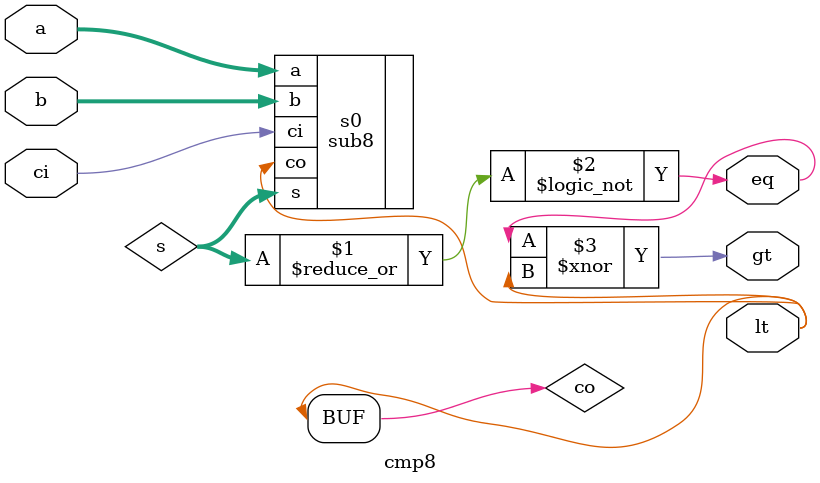
<source format=v>
`timescale 1ns/1ns

module cmp8(a, b, ci, gt, lt, eq); /* moduleの定義開始 */
   input  [7:0] a, b;       /* input port (8bit) */
   input        ci;         /* input port (1bit) */
   output       gt, lt, eq; /* output port (1bit) */
   wire         co;         /* wire (1bit) */
   wire [7:0] 	s;          /* wire (8bit) */
   
   /* 以下を記述 */
   /*減算器*/
   sub8 s0(.a(a), .b(b), .ci(ci), .co(co), .s(s));
   /*判定回路*/
   assign eq = ~|s;
   assign lt = co;
   assign gt = eq ~^ lt;

   /* ここまで */
   
endmodule /* moduleの定義終了 */

	  

</source>
